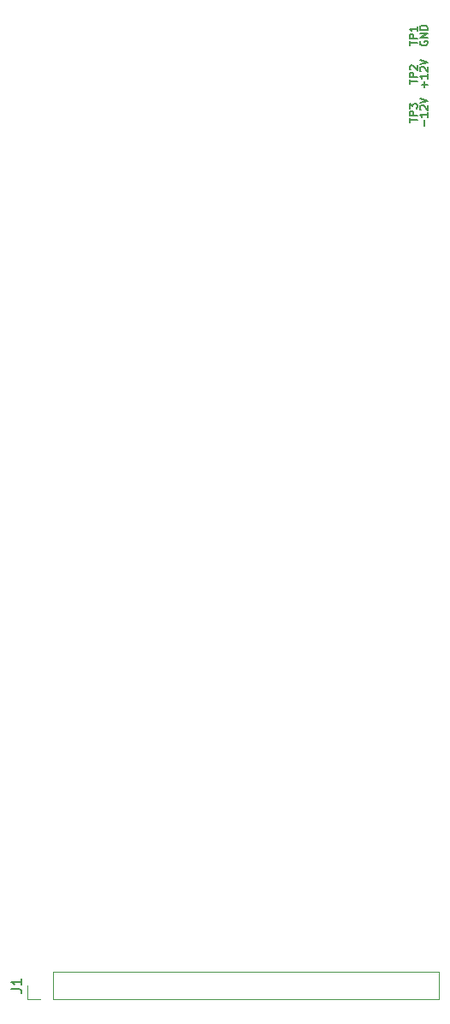
<source format=gto>
G04 #@! TF.GenerationSoftware,KiCad,Pcbnew,6.0.1-79c1e3a40b~116~ubuntu20.04.1*
G04 #@! TF.CreationDate,2022-01-29T19:42:55-05:00*
G04 #@! TF.ProjectId,attenuverters_back,61747465-6e75-4766-9572-746572735f62,rev?*
G04 #@! TF.SameCoordinates,Original*
G04 #@! TF.FileFunction,Legend,Top*
G04 #@! TF.FilePolarity,Positive*
%FSLAX46Y46*%
G04 Gerber Fmt 4.6, Leading zero omitted, Abs format (unit mm)*
G04 Created by KiCad (PCBNEW 6.0.1-79c1e3a40b~116~ubuntu20.04.1) date 2022-01-29 19:42:55*
%MOMM*%
%LPD*%
G01*
G04 APERTURE LIST*
%ADD10C,0.150000*%
%ADD11C,0.120000*%
G04 APERTURE END LIST*
D10*
G04 #@! TO.C,J1*
X128622379Y-146333332D02*
X129336665Y-146333332D01*
X129479522Y-146380951D01*
X129574760Y-146476189D01*
X129622379Y-146619046D01*
X129622379Y-146714284D01*
X129622379Y-145333332D02*
X129622379Y-145904760D01*
X129622379Y-145619046D02*
X128622379Y-145619046D01*
X128765237Y-145714284D01*
X128860475Y-145809522D01*
X128908094Y-145904760D01*
G04 #@! TO.C,TP2*
X169501570Y-57181427D02*
X169501570Y-56609999D01*
X169787284Y-56895713D02*
X169215856Y-56895713D01*
X169787284Y-55859999D02*
X169787284Y-56288570D01*
X169787284Y-56074284D02*
X169037284Y-56074284D01*
X169144427Y-56145713D01*
X169215856Y-56217141D01*
X169251570Y-56288570D01*
X169108713Y-55574284D02*
X169072999Y-55538570D01*
X169037284Y-55467141D01*
X169037284Y-55288570D01*
X169072999Y-55217141D01*
X169108713Y-55181427D01*
X169180141Y-55145713D01*
X169251570Y-55145713D01*
X169358713Y-55181427D01*
X169787284Y-55609999D01*
X169787284Y-55145713D01*
X169037284Y-54931427D02*
X169787284Y-54681427D01*
X169037284Y-54431427D01*
X168021284Y-56806427D02*
X168021284Y-56377856D01*
X168771284Y-56592141D02*
X168021284Y-56592141D01*
X168771284Y-56127856D02*
X168021284Y-56127856D01*
X168021284Y-55842141D01*
X168056999Y-55770713D01*
X168092713Y-55734999D01*
X168164141Y-55699284D01*
X168271284Y-55699284D01*
X168342713Y-55734999D01*
X168378427Y-55770713D01*
X168414141Y-55842141D01*
X168414141Y-56127856D01*
X168092713Y-55413570D02*
X168056999Y-55377856D01*
X168021284Y-55306427D01*
X168021284Y-55127856D01*
X168056999Y-55056427D01*
X168092713Y-55020713D01*
X168164141Y-54984999D01*
X168235570Y-54984999D01*
X168342713Y-55020713D01*
X168771284Y-55449284D01*
X168771284Y-54984999D01*
G04 #@! TO.C,TP1*
X169072999Y-52621427D02*
X169037284Y-52692856D01*
X169037284Y-52799999D01*
X169072999Y-52907141D01*
X169144427Y-52978570D01*
X169215856Y-53014284D01*
X169358713Y-53049999D01*
X169465856Y-53049999D01*
X169608713Y-53014284D01*
X169680141Y-52978570D01*
X169751570Y-52907141D01*
X169787284Y-52799999D01*
X169787284Y-52728570D01*
X169751570Y-52621427D01*
X169715856Y-52585713D01*
X169465856Y-52585713D01*
X169465856Y-52728570D01*
X169787284Y-52264284D02*
X169037284Y-52264284D01*
X169787284Y-51835713D01*
X169037284Y-51835713D01*
X169787284Y-51478570D02*
X169037284Y-51478570D01*
X169037284Y-51299999D01*
X169072999Y-51192856D01*
X169144427Y-51121427D01*
X169215856Y-51085713D01*
X169358713Y-51049999D01*
X169465856Y-51049999D01*
X169608713Y-51085713D01*
X169680141Y-51121427D01*
X169751570Y-51192856D01*
X169787284Y-51299999D01*
X169787284Y-51478570D01*
X168021284Y-52996427D02*
X168021284Y-52567856D01*
X168771284Y-52782141D02*
X168021284Y-52782141D01*
X168771284Y-52317856D02*
X168021284Y-52317856D01*
X168021284Y-52032141D01*
X168056999Y-51960713D01*
X168092713Y-51924999D01*
X168164141Y-51889284D01*
X168271284Y-51889284D01*
X168342713Y-51924999D01*
X168378427Y-51960713D01*
X168414141Y-52032141D01*
X168414141Y-52317856D01*
X168771284Y-51174999D02*
X168771284Y-51603570D01*
X168771284Y-51389284D02*
X168021284Y-51389284D01*
X168128427Y-51460713D01*
X168199856Y-51532141D01*
X168235570Y-51603570D01*
G04 #@! TO.C,TP3*
X168021284Y-60616427D02*
X168021284Y-60187856D01*
X168771284Y-60402141D02*
X168021284Y-60402141D01*
X168771284Y-59937856D02*
X168021284Y-59937856D01*
X168021284Y-59652141D01*
X168056999Y-59580713D01*
X168092713Y-59544999D01*
X168164141Y-59509284D01*
X168271284Y-59509284D01*
X168342713Y-59544999D01*
X168378427Y-59580713D01*
X168414141Y-59652141D01*
X168414141Y-59937856D01*
X168021284Y-59259284D02*
X168021284Y-58794999D01*
X168306999Y-59044999D01*
X168306999Y-58937856D01*
X168342713Y-58866427D01*
X168378427Y-58830713D01*
X168449856Y-58794999D01*
X168628427Y-58794999D01*
X168699856Y-58830713D01*
X168735570Y-58866427D01*
X168771284Y-58937856D01*
X168771284Y-59152141D01*
X168735570Y-59223570D01*
X168699856Y-59259284D01*
X169501570Y-60991427D02*
X169501570Y-60419999D01*
X169787284Y-59669999D02*
X169787284Y-60098570D01*
X169787284Y-59884284D02*
X169037284Y-59884284D01*
X169144427Y-59955713D01*
X169215856Y-60027141D01*
X169251570Y-60098570D01*
X169108713Y-59384284D02*
X169072999Y-59348570D01*
X169037284Y-59277141D01*
X169037284Y-59098570D01*
X169072999Y-59027141D01*
X169108713Y-58991427D01*
X169180141Y-58955713D01*
X169251570Y-58955713D01*
X169358713Y-58991427D01*
X169787284Y-59419999D01*
X169787284Y-58955713D01*
X169037284Y-58741427D02*
X169787284Y-58491427D01*
X169037284Y-58241427D01*
D11*
G04 #@! TO.C,J1*
X131499999Y-147329999D02*
X130169999Y-147329999D01*
X170929999Y-147329999D02*
X170929999Y-144669999D01*
X132769999Y-144669999D02*
X170929999Y-144669999D01*
X132769999Y-147329999D02*
X132769999Y-144669999D01*
X130169999Y-147329999D02*
X130169999Y-145999999D01*
X132769999Y-147329999D02*
X170929999Y-147329999D01*
G04 #@! TD*
M02*

</source>
